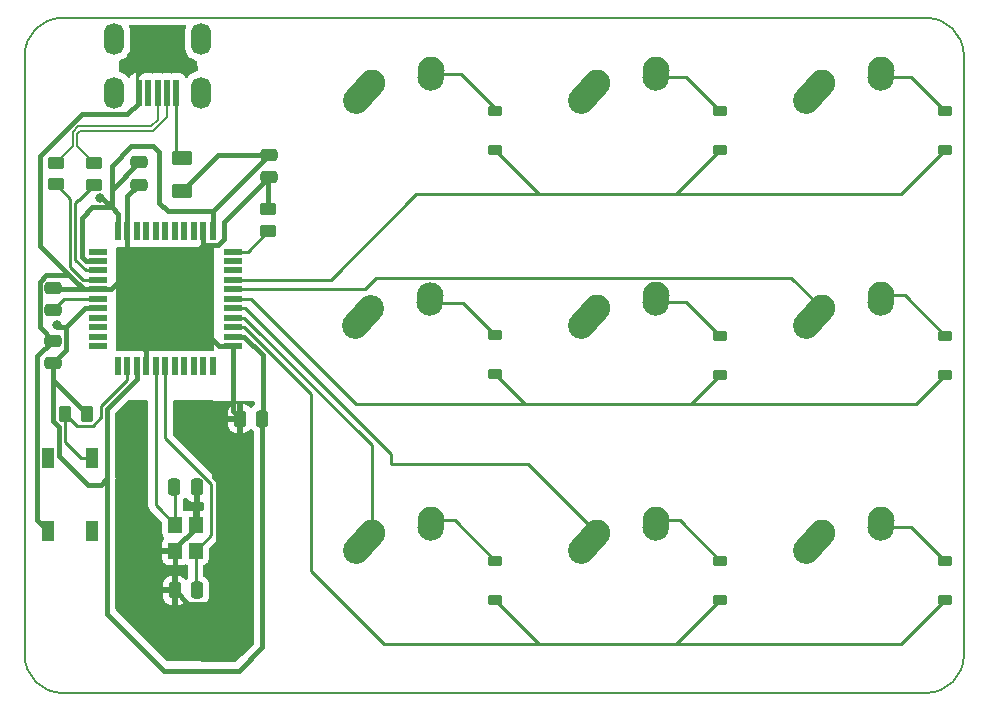
<source format=gbr>
%TF.GenerationSoftware,KiCad,Pcbnew,7.0.6*%
%TF.CreationDate,2023-07-30T22:10:22+02:00*%
%TF.ProjectId,Macropad,4d616372-6f70-4616-942e-6b696361645f,rev?*%
%TF.SameCoordinates,Original*%
%TF.FileFunction,Copper,L1,Top*%
%TF.FilePolarity,Positive*%
%FSLAX46Y46*%
G04 Gerber Fmt 4.6, Leading zero omitted, Abs format (unit mm)*
G04 Created by KiCad (PCBNEW 7.0.6) date 2023-07-30 22:10:22*
%MOMM*%
%LPD*%
G01*
G04 APERTURE LIST*
G04 Aperture macros list*
%AMRoundRect*
0 Rectangle with rounded corners*
0 $1 Rounding radius*
0 $2 $3 $4 $5 $6 $7 $8 $9 X,Y pos of 4 corners*
0 Add a 4 corners polygon primitive as box body*
4,1,4,$2,$3,$4,$5,$6,$7,$8,$9,$2,$3,0*
0 Add four circle primitives for the rounded corners*
1,1,$1+$1,$2,$3*
1,1,$1+$1,$4,$5*
1,1,$1+$1,$6,$7*
1,1,$1+$1,$8,$9*
0 Add four rect primitives between the rounded corners*
20,1,$1+$1,$2,$3,$4,$5,0*
20,1,$1+$1,$4,$5,$6,$7,0*
20,1,$1+$1,$6,$7,$8,$9,0*
20,1,$1+$1,$8,$9,$2,$3,0*%
%AMHorizOval*
0 Thick line with rounded ends*
0 $1 width*
0 $2 $3 position (X,Y) of the first rounded end (center of the circle)*
0 $4 $5 position (X,Y) of the second rounded end (center of the circle)*
0 Add line between two ends*
20,1,$1,$2,$3,$4,$5,0*
0 Add two circle primitives to create the rounded ends*
1,1,$1,$2,$3*
1,1,$1,$4,$5*%
G04 Aperture macros list end*
%TA.AperFunction,NonConductor*%
%ADD10C,0.200000*%
%TD*%
%TA.AperFunction,SMDPad,CuDef*%
%ADD11R,1.100000X1.800000*%
%TD*%
%TA.AperFunction,SMDPad,CuDef*%
%ADD12RoundRect,0.250000X-0.450000X0.262500X-0.450000X-0.262500X0.450000X-0.262500X0.450000X0.262500X0*%
%TD*%
%TA.AperFunction,ComponentPad*%
%ADD13HorizOval,2.250000X0.020000X0.290000X-0.020000X-0.290000X0*%
%TD*%
%TA.AperFunction,ComponentPad*%
%ADD14C,2.250000*%
%TD*%
%TA.AperFunction,ComponentPad*%
%ADD15HorizOval,2.250000X0.655001X0.730000X-0.655001X-0.730000X0*%
%TD*%
%TA.AperFunction,SMDPad,CuDef*%
%ADD16R,1.200000X1.400000*%
%TD*%
%TA.AperFunction,ComponentPad*%
%ADD17O,1.700000X2.700000*%
%TD*%
%TA.AperFunction,SMDPad,CuDef*%
%ADD18R,0.500000X2.250000*%
%TD*%
%TA.AperFunction,SMDPad,CuDef*%
%ADD19R,0.550000X1.500000*%
%TD*%
%TA.AperFunction,SMDPad,CuDef*%
%ADD20R,1.500000X0.550000*%
%TD*%
%TA.AperFunction,SMDPad,CuDef*%
%ADD21RoundRect,0.250000X0.262500X0.450000X-0.262500X0.450000X-0.262500X-0.450000X0.262500X-0.450000X0*%
%TD*%
%TA.AperFunction,SMDPad,CuDef*%
%ADD22RoundRect,0.250000X0.450000X-0.262500X0.450000X0.262500X-0.450000X0.262500X-0.450000X-0.262500X0*%
%TD*%
%TA.AperFunction,SMDPad,CuDef*%
%ADD23RoundRect,0.250000X-0.625000X0.375000X-0.625000X-0.375000X0.625000X-0.375000X0.625000X0.375000X0*%
%TD*%
%TA.AperFunction,SMDPad,CuDef*%
%ADD24RoundRect,0.225000X0.375000X-0.225000X0.375000X0.225000X-0.375000X0.225000X-0.375000X-0.225000X0*%
%TD*%
%TA.AperFunction,SMDPad,CuDef*%
%ADD25RoundRect,0.250000X0.250000X0.475000X-0.250000X0.475000X-0.250000X-0.475000X0.250000X-0.475000X0*%
%TD*%
%TA.AperFunction,SMDPad,CuDef*%
%ADD26RoundRect,0.250000X-0.475000X0.250000X-0.475000X-0.250000X0.475000X-0.250000X0.475000X0.250000X0*%
%TD*%
%TA.AperFunction,SMDPad,CuDef*%
%ADD27RoundRect,0.250000X0.475000X-0.250000X0.475000X0.250000X-0.475000X0.250000X-0.475000X-0.250000X0*%
%TD*%
%TA.AperFunction,ViaPad*%
%ADD28C,0.800000*%
%TD*%
%TA.AperFunction,Conductor*%
%ADD29C,0.381000*%
%TD*%
%TA.AperFunction,Conductor*%
%ADD30C,0.250000*%
%TD*%
%TA.AperFunction,Conductor*%
%ADD31C,0.200000*%
%TD*%
G04 APERTURE END LIST*
D10*
X60188814Y-39687500D02*
G75*
G03*
X57013814Y-42862500I0J-3175000D01*
G01*
X133350000Y-39687500D02*
X60188814Y-39687500D01*
X57013814Y-93662500D02*
X57013814Y-42862500D01*
X136525000Y-93662500D02*
X136525000Y-42862500D01*
X60188814Y-96837500D02*
X133350000Y-96837500D01*
X57013814Y-93662500D02*
G75*
G03*
X60188814Y-96837500I3175000J0D01*
G01*
X133350000Y-96837500D02*
G75*
G03*
X136525000Y-93662500I0J3175000D01*
G01*
X136525000Y-42862500D02*
G75*
G03*
X133350000Y-39687500I-3175000J0D01*
G01*
D11*
%TO.P,SW1,1,1*%
%TO.N,GND*%
X58987200Y-83111200D03*
%TO.P,SW1,2,2*%
%TO.N,Net-(U1-~{RESET})*%
X62687200Y-76911200D03*
%TO.P,SW1,3*%
%TO.N,N/C*%
X62687200Y-83111200D03*
%TO.P,SW1,4*%
X58987200Y-76911200D03*
%TD*%
D12*
%TO.P,R3,2*%
%TO.N,Net-(U1-D-)*%
X62890400Y-53795300D03*
%TO.P,R3,1*%
%TO.N,D-*%
X62890400Y-51970300D03*
%TD*%
D13*
%TO.P,MX1,2,ROW*%
%TO.N,Net-(D1-A)*%
X91420000Y-44422500D03*
D14*
X91440000Y-44132500D03*
D15*
%TO.P,MX1,1,COL*%
%TO.N,Col00*%
X85745001Y-45942500D03*
D14*
X86400000Y-45212500D03*
%TD*%
%TO.P,MX4,1,COL*%
%TO.N,Col00*%
X86281250Y-64293750D03*
D15*
X85626251Y-65023750D03*
D14*
%TO.P,MX4,2,ROW*%
%TO.N,Net-(D4-A)*%
X91321250Y-63213750D03*
D13*
X91301250Y-63503750D03*
%TD*%
D16*
%TO.P,Y1,4,4*%
%TO.N,GND*%
X69775600Y-84807150D03*
%TO.P,Y1,3,3*%
%TO.N,Net-(U1-XTAL2)*%
X69775600Y-82607150D03*
%TO.P,Y1,2,2*%
%TO.N,GND*%
X71475600Y-82607150D03*
%TO.P,Y1,1,1*%
%TO.N,Net-(U1-XTAL1)*%
X71475600Y-84807150D03*
%TD*%
D17*
%TO.P,USB1,6,SHIELD*%
%TO.N,unconnected-(USB1-SHIELD-Pad6)*%
X71912500Y-41512500D03*
X64612500Y-41512500D03*
X64612500Y-46012500D03*
X71912500Y-46012500D03*
D18*
%TO.P,USB1,5,VBUS*%
%TO.N,Net-(USB1-VBUS)*%
X69862500Y-46012500D03*
%TO.P,USB1,4,D-*%
%TO.N,D-*%
X69062500Y-46012500D03*
%TO.P,USB1,3,D+*%
%TO.N,D+*%
X68262500Y-46012500D03*
%TO.P,USB1,2,ID*%
%TO.N,unconnected-(USB1-ID-Pad2)*%
X67462500Y-46012500D03*
%TO.P,USB1,1,GND*%
%TO.N,GND*%
X66662500Y-46012500D03*
%TD*%
D19*
%TO.P,U1,44,AVCC*%
%TO.N,+5V*%
X64912500Y-57768750D03*
%TO.P,U1,43,GND*%
%TO.N,GND*%
X65712500Y-57768750D03*
%TO.P,U1,42,AREF*%
%TO.N,unconnected-(U1-AREF-Pad42)*%
X66512500Y-57768750D03*
%TO.P,U1,41,PF0*%
%TO.N,unconnected-(U1-PF0-Pad41)*%
X67312500Y-57768750D03*
%TO.P,U1,40,PF1*%
%TO.N,unconnected-(U1-PF1-Pad40)*%
X68112500Y-57768750D03*
%TO.P,U1,39,PF4*%
%TO.N,unconnected-(U1-PF4-Pad39)*%
X68912500Y-57768750D03*
%TO.P,U1,38,PF5*%
%TO.N,unconnected-(U1-PF5-Pad38)*%
X69712500Y-57768750D03*
%TO.P,U1,37,PF6*%
%TO.N,unconnected-(U1-PF6-Pad37)*%
X70512500Y-57768750D03*
%TO.P,U1,36,PF7*%
%TO.N,unconnected-(U1-PF7-Pad36)*%
X71312500Y-57768750D03*
%TO.P,U1,35,GND*%
%TO.N,GND*%
X72112500Y-57768750D03*
%TO.P,U1,34,VCC*%
%TO.N,+5V*%
X72912500Y-57768750D03*
D20*
%TO.P,U1,33,~{HWB}/PE2*%
%TO.N,Net-(U1-~{HWB}{slash}PE2)*%
X74612500Y-59468750D03*
%TO.P,U1,32,PC7*%
%TO.N,unconnected-(U1-PC7-Pad32)*%
X74612500Y-60268750D03*
%TO.P,U1,31,PC6*%
%TO.N,unconnected-(U1-PC6-Pad31)*%
X74612500Y-61068750D03*
%TO.P,U1,30,PB6*%
%TO.N,Row00*%
X74612500Y-61868750D03*
%TO.P,U1,29,PB5*%
%TO.N,Col02*%
X74612500Y-62668750D03*
%TO.P,U1,28,PB4*%
%TO.N,Row01*%
X74612500Y-63468750D03*
%TO.P,U1,27,PD7*%
%TO.N,Col01*%
X74612500Y-64268750D03*
%TO.P,U1,26,PD6*%
%TO.N,Col00*%
X74612500Y-65068750D03*
%TO.P,U1,25,PD4*%
%TO.N,Row02*%
X74612500Y-65868750D03*
%TO.P,U1,24,AVCC*%
%TO.N,+5V*%
X74612500Y-66668750D03*
%TO.P,U1,23,GND*%
%TO.N,GND*%
X74612500Y-67468750D03*
D19*
%TO.P,U1,22,PD5*%
%TO.N,unconnected-(U1-PD5-Pad22)*%
X72912500Y-69168750D03*
%TO.P,U1,21,PD3*%
%TO.N,unconnected-(U1-PD3-Pad21)*%
X72112500Y-69168750D03*
%TO.P,U1,20,PD2*%
%TO.N,unconnected-(U1-PD2-Pad20)*%
X71312500Y-69168750D03*
%TO.P,U1,19,PD1*%
%TO.N,unconnected-(U1-PD1-Pad19)*%
X70512500Y-69168750D03*
%TO.P,U1,18,PD0*%
%TO.N,unconnected-(U1-PD0-Pad18)*%
X69712500Y-69168750D03*
%TO.P,U1,17,XTAL1*%
%TO.N,Net-(U1-XTAL1)*%
X68912500Y-69168750D03*
%TO.P,U1,16,XTAL2*%
%TO.N,Net-(U1-XTAL2)*%
X68112500Y-69168750D03*
%TO.P,U1,15,GND*%
%TO.N,GND*%
X67312500Y-69168750D03*
%TO.P,U1,14,VCC*%
%TO.N,+5V*%
X66512500Y-69168750D03*
%TO.P,U1,13,~{RESET}*%
%TO.N,Net-(U1-~{RESET})*%
X65712500Y-69168750D03*
%TO.P,U1,12,PB7*%
%TO.N,unconnected-(U1-PB7-Pad12)*%
X64912500Y-69168750D03*
D20*
%TO.P,U1,11,PB3*%
%TO.N,unconnected-(U1-PB3-Pad11)*%
X63212500Y-67468750D03*
%TO.P,U1,10,PB2*%
%TO.N,unconnected-(U1-PB2-Pad10)*%
X63212500Y-66668750D03*
%TO.P,U1,9,PB1*%
%TO.N,unconnected-(U1-PB1-Pad9)*%
X63212500Y-65868750D03*
%TO.P,U1,8,PB0*%
%TO.N,unconnected-(U1-PB0-Pad8)*%
X63212500Y-65068750D03*
%TO.P,U1,7,VBUS*%
%TO.N,+5V*%
X63212500Y-64268750D03*
%TO.P,U1,6,UCAP*%
%TO.N,Net-(U1-UCAP)*%
X63212500Y-63468750D03*
%TO.P,U1,5,UGND*%
%TO.N,GND*%
X63212500Y-62668750D03*
%TO.P,U1,4,D+*%
%TO.N,Net-(U1-D+)*%
X63212500Y-61868750D03*
%TO.P,U1,3,D-*%
%TO.N,Net-(U1-D-)*%
X63212500Y-61068750D03*
%TO.P,U1,2,UVCC*%
%TO.N,+5V*%
X63212500Y-60268750D03*
%TO.P,U1,1,PE6*%
%TO.N,unconnected-(U1-PE6-Pad1)*%
X63212500Y-59468750D03*
%TD*%
D21*
%TO.P,R4,1*%
%TO.N,+5V*%
X62280800Y-73202800D03*
%TO.P,R4,2*%
%TO.N,Net-(U1-~{RESET})*%
X60455800Y-73202800D03*
%TD*%
D12*
%TO.P,R2,1*%
%TO.N,D+*%
X59639200Y-51968400D03*
%TO.P,R2,2*%
%TO.N,Net-(U1-D+)*%
X59639200Y-53793400D03*
%TD*%
D22*
%TO.P,R1,2*%
%TO.N,GND*%
X77643750Y-55880000D03*
%TO.P,R1,1*%
%TO.N,Net-(U1-~{HWB}{slash}PE2)*%
X77643750Y-57705000D03*
%TD*%
D13*
%TO.P,MX9,2,ROW*%
%TO.N,Net-(D9-A)*%
X129520000Y-82522500D03*
D14*
X129540000Y-82232500D03*
D15*
%TO.P,MX9,1,COL*%
%TO.N,Col02*%
X123845001Y-84042500D03*
D14*
X124500000Y-83312500D03*
%TD*%
D13*
%TO.P,MX8,2,ROW*%
%TO.N,Net-(D8-A)*%
X110470000Y-82522500D03*
D14*
X110490000Y-82232500D03*
D15*
%TO.P,MX8,1,COL*%
%TO.N,Col01*%
X104795001Y-84042500D03*
D14*
X105450000Y-83312500D03*
%TD*%
D13*
%TO.P,MX7,2,ROW*%
%TO.N,Net-(D7-A)*%
X91420000Y-82522500D03*
D14*
X91440000Y-82232500D03*
D15*
%TO.P,MX7,1,COL*%
%TO.N,Col00*%
X85745001Y-84042500D03*
D14*
X86400000Y-83312500D03*
%TD*%
D13*
%TO.P,MX6,2,ROW*%
%TO.N,Net-(D6-A)*%
X129520000Y-63472500D03*
D14*
X129540000Y-63182500D03*
D15*
%TO.P,MX6,1,COL*%
%TO.N,Col02*%
X123845001Y-64992500D03*
D14*
X124500000Y-64262500D03*
%TD*%
D13*
%TO.P,MX5,2,ROW*%
%TO.N,Net-(D5-A)*%
X110470000Y-63472500D03*
D14*
X110490000Y-63182500D03*
D15*
%TO.P,MX5,1,COL*%
%TO.N,Col01*%
X104795001Y-64992500D03*
D14*
X105450000Y-64262500D03*
%TD*%
D13*
%TO.P,MX3,2,ROW*%
%TO.N,Net-(D3-A)*%
X129520000Y-44422500D03*
D14*
X129540000Y-44132500D03*
D15*
%TO.P,MX3,1,COL*%
%TO.N,Col02*%
X123845001Y-45942500D03*
D14*
X124500000Y-45212500D03*
%TD*%
D13*
%TO.P,MX2,2,ROW*%
%TO.N,Net-(D2-A)*%
X110470000Y-44422500D03*
D14*
X110490000Y-44132500D03*
D15*
%TO.P,MX2,1,COL*%
%TO.N,Col01*%
X104795001Y-45942500D03*
D14*
X105450000Y-45212500D03*
%TD*%
D23*
%TO.P,F1,1*%
%TO.N,Net-(USB1-VBUS)*%
X70358000Y-51511200D03*
%TO.P,F1,2*%
%TO.N,+5V*%
X70358000Y-54311200D03*
%TD*%
D24*
%TO.P,D9,1,K*%
%TO.N,Row02*%
X134937500Y-88962500D03*
%TO.P,D9,2,A*%
%TO.N,Net-(D9-A)*%
X134937500Y-85662500D03*
%TD*%
%TO.P,D8,1,K*%
%TO.N,Row02*%
X115887500Y-88962500D03*
%TO.P,D8,2,A*%
%TO.N,Net-(D8-A)*%
X115887500Y-85662500D03*
%TD*%
%TO.P,D7,1,K*%
%TO.N,Row02*%
X96837500Y-88962500D03*
%TO.P,D7,2,A*%
%TO.N,Net-(D7-A)*%
X96837500Y-85662500D03*
%TD*%
%TO.P,D6,1,K*%
%TO.N,Row01*%
X134937500Y-69912500D03*
%TO.P,D6,2,A*%
%TO.N,Net-(D6-A)*%
X134937500Y-66612500D03*
%TD*%
%TO.P,D5,1,K*%
%TO.N,Row01*%
X115887500Y-69912500D03*
%TO.P,D5,2,A*%
%TO.N,Net-(D5-A)*%
X115887500Y-66612500D03*
%TD*%
%TO.P,D4,1,K*%
%TO.N,Row01*%
X96837500Y-69850000D03*
%TO.P,D4,2,A*%
%TO.N,Net-(D4-A)*%
X96837500Y-66550000D03*
%TD*%
%TO.P,D3,1,K*%
%TO.N,Row00*%
X134937500Y-50862500D03*
%TO.P,D3,2,A*%
%TO.N,Net-(D3-A)*%
X134937500Y-47562500D03*
%TD*%
%TO.P,D2,1,K*%
%TO.N,Row00*%
X115887500Y-50862500D03*
%TO.P,D2,2,A*%
%TO.N,Net-(D2-A)*%
X115887500Y-47562500D03*
%TD*%
%TO.P,D1,1,K*%
%TO.N,Row00*%
X96837500Y-50862500D03*
%TO.P,D1,2,A*%
%TO.N,Net-(D1-A)*%
X96837500Y-47562500D03*
%TD*%
D25*
%TO.P,C7,2*%
%TO.N,Net-(U1-XTAL2)*%
X69677200Y-79432150D03*
%TO.P,C7,1*%
%TO.N,GND*%
X71577200Y-79432150D03*
%TD*%
%TO.P,C6,1*%
%TO.N,Net-(U1-XTAL1)*%
X71628000Y-88163400D03*
%TO.P,C6,2*%
%TO.N,GND*%
X69728000Y-88163400D03*
%TD*%
D26*
%TO.P,C5,2*%
%TO.N,GND*%
X77673200Y-53187600D03*
%TO.P,C5,1*%
%TO.N,+5V*%
X77673200Y-51287600D03*
%TD*%
D25*
%TO.P,C4,1*%
%TO.N,+5V*%
X77114400Y-73609200D03*
%TO.P,C4,2*%
%TO.N,GND*%
X75214400Y-73609200D03*
%TD*%
D27*
%TO.P,C3,1*%
%TO.N,+5V*%
X59385200Y-68905200D03*
%TO.P,C3,2*%
%TO.N,GND*%
X59385200Y-67005200D03*
%TD*%
D26*
%TO.P,C2,2*%
%TO.N,GND*%
X66700400Y-53817600D03*
%TO.P,C2,1*%
%TO.N,+5V*%
X66700400Y-51917600D03*
%TD*%
D27*
%TO.P,C1,2*%
%TO.N,GND*%
X59387500Y-62518750D03*
%TO.P,C1,1*%
%TO.N,Net-(U1-UCAP)*%
X59387500Y-64418750D03*
%TD*%
D28*
%TO.N,+5V*%
X63347986Y-54907267D03*
X59715400Y-65684400D03*
%TD*%
D29*
%TO.N,+5V*%
X63347986Y-54907267D02*
X63543267Y-54907267D01*
X59880550Y-65849550D02*
X59715400Y-65684400D01*
X63543267Y-54907267D02*
X64363600Y-55727600D01*
X60500700Y-65849550D02*
X59880550Y-65849550D01*
X62081500Y-64268750D02*
X63212500Y-64268750D01*
X63212500Y-60268750D02*
X62206500Y-60268750D01*
%TO.N,GND*%
X73050400Y-74472800D02*
X73050400Y-78562200D01*
X73050400Y-78562200D02*
X73406000Y-78917800D01*
X73914000Y-73609200D02*
X73050400Y-74472800D01*
X75214400Y-73609200D02*
X73914000Y-73609200D01*
D30*
%TO.N,Net-(U1-XTAL1)*%
X72796400Y-83486350D02*
X71475600Y-84807150D01*
X68912500Y-75229277D02*
X72796400Y-79113177D01*
X68912500Y-69168750D02*
X68912500Y-75229277D01*
X72796400Y-79113177D02*
X72796400Y-83486350D01*
%TO.N,Net-(U1-XTAL2)*%
X68478400Y-81309950D02*
X69775600Y-82607150D01*
X68457550Y-81309950D02*
X68478400Y-81309950D01*
X68112500Y-80964900D02*
X68457550Y-81309950D01*
X68112500Y-69168750D02*
X68112500Y-80964900D01*
D29*
%TO.N,GND*%
X58046700Y-82170700D02*
X58046700Y-68343700D01*
X58046700Y-68343700D02*
X59385200Y-67005200D01*
X58987200Y-83111200D02*
X58046700Y-82170700D01*
%TO.N,+5V*%
X64008000Y-90171286D02*
X68804114Y-94967400D01*
X64008000Y-78638400D02*
X64008000Y-90171286D01*
%TO.N,GND*%
X77643750Y-53217050D02*
X77673200Y-53187600D01*
X77643750Y-55880000D02*
X77643750Y-53217050D01*
%TO.N,+5V*%
X69103900Y-56048300D02*
X72912500Y-56048300D01*
X68376800Y-55321200D02*
X69103900Y-56048300D01*
X68376800Y-51054000D02*
X68376800Y-55321200D01*
X67868800Y-50546000D02*
X68376800Y-51054000D01*
X66040000Y-50546000D02*
X67868800Y-50546000D01*
X64363600Y-52222400D02*
X66040000Y-50546000D01*
X64363600Y-54254400D02*
X64363600Y-52222400D01*
X73381600Y-51287600D02*
X77673200Y-51287600D01*
X70358000Y-54311200D02*
X73381600Y-51287600D01*
D30*
%TO.N,Net-(U1-~{RESET})*%
X63492500Y-72549900D02*
X65712500Y-70329900D01*
X63492500Y-73516773D02*
X63492500Y-72549900D01*
X62781473Y-74227800D02*
X63492500Y-73516773D01*
X61480800Y-74227800D02*
X62781473Y-74227800D01*
X60455800Y-73202800D02*
X61480800Y-74227800D01*
D29*
%TO.N,+5V*%
X59385200Y-70307200D02*
X59385200Y-69748400D01*
X62280800Y-73202800D02*
X59385200Y-70307200D01*
X59385200Y-69748400D02*
X59385200Y-68905200D01*
X59385200Y-73812400D02*
X59385200Y-69748400D01*
%TO.N,GND*%
X60789772Y-61468000D02*
X61078086Y-61756314D01*
X61078086Y-61756314D02*
X61990522Y-62668750D01*
X58318400Y-58996628D02*
X61078086Y-61756314D01*
X58826400Y-61468000D02*
X60789772Y-61468000D01*
X58272000Y-62022400D02*
X58826400Y-61468000D01*
X58272000Y-65892000D02*
X58272000Y-62022400D01*
X59385200Y-67005200D02*
X58272000Y-65892000D01*
%TO.N,+5V*%
X75119858Y-94967400D02*
X68804114Y-94967400D01*
X77114400Y-73609200D02*
X77114400Y-92972858D01*
X77114400Y-92972858D02*
X75119858Y-94967400D01*
D30*
%TO.N,Net-(U1-~{RESET})*%
X65712500Y-70329900D02*
X65712500Y-69168750D01*
D29*
%TO.N,+5V*%
X64008000Y-72782592D02*
X64008000Y-74930000D01*
X66512500Y-70278092D02*
X64008000Y-72782592D01*
X66512500Y-69168750D02*
X66512500Y-70278092D01*
X59936500Y-76802100D02*
X59936500Y-74363700D01*
X62331600Y-79197200D02*
X59936500Y-76802100D01*
X63449200Y-79197200D02*
X62331600Y-79197200D01*
X64008000Y-78638400D02*
X63449200Y-79197200D01*
X59936500Y-74363700D02*
X59385200Y-73812400D01*
X64008000Y-74930000D02*
X64008000Y-78638400D01*
D30*
%TO.N,Net-(U1-~{RESET})*%
X60455800Y-75586600D02*
X60455800Y-73202800D01*
X61772800Y-76911200D02*
X60452000Y-75590400D01*
X62687200Y-76911200D02*
X61772800Y-76911200D01*
X60452000Y-75590400D02*
X60455800Y-75586600D01*
%TO.N,Net-(U1-XTAL2)*%
X68112500Y-70652500D02*
X68112500Y-69168750D01*
D29*
%TO.N,GND*%
X74612500Y-73007300D02*
X75214400Y-73609200D01*
X74612500Y-67468750D02*
X74612500Y-73007300D01*
X73406000Y-88519000D02*
X73406000Y-78917800D01*
X72644000Y-89281000D02*
X73406000Y-88519000D01*
X72641900Y-89278900D02*
X72644000Y-89281000D01*
X70843500Y-89278900D02*
X72641900Y-89278900D01*
X69728000Y-88163400D02*
X70843500Y-89278900D01*
%TO.N,+5V*%
X75618500Y-66668750D02*
X77165200Y-68215450D01*
X77165200Y-68215450D02*
X77165200Y-73558400D01*
X74612500Y-66668750D02*
X75618500Y-66668750D01*
X77165200Y-73558400D02*
X77114400Y-73609200D01*
X60500700Y-67789700D02*
X59385200Y-68905200D01*
X60500700Y-65849550D02*
X60500700Y-67789700D01*
X62081500Y-64268750D02*
X60500700Y-65849550D01*
X72912500Y-56048300D02*
X72912500Y-57768750D01*
X77673200Y-51287600D02*
X72912500Y-56048300D01*
%TO.N,GND*%
X73884625Y-56976175D02*
X73884625Y-58390625D01*
X73884625Y-58390625D02*
X73366000Y-58909250D01*
X77673200Y-53187600D02*
X73884625Y-56976175D01*
X73366000Y-58909250D02*
X72122000Y-58909250D01*
D30*
%TO.N,Net-(USB1-VBUS)*%
X69862500Y-51015700D02*
X69862500Y-46012500D01*
X70358000Y-51511200D02*
X69862500Y-51015700D01*
D29*
%TO.N,GND*%
X65712500Y-54805500D02*
X65712500Y-57768750D01*
X66700400Y-53817600D02*
X65712500Y-54805500D01*
%TO.N,+5V*%
X64363600Y-54254400D02*
X64363600Y-55727600D01*
X66700400Y-51917600D02*
X64363600Y-54254400D01*
X62738000Y-55727600D02*
X64363600Y-55727600D01*
X64363600Y-55727600D02*
X64912500Y-56276500D01*
X61874400Y-59936650D02*
X61874400Y-56591200D01*
X61874400Y-56591200D02*
X62738000Y-55727600D01*
X62206500Y-60268750D02*
X61874400Y-59936650D01*
X64912500Y-56276500D02*
X64912500Y-57768750D01*
D30*
%TO.N,Net-(U1-~{HWB}{slash}PE2)*%
X77643750Y-57705000D02*
X75880000Y-59468750D01*
X75880000Y-59468750D02*
X74612500Y-59468750D01*
D29*
%TO.N,GND*%
X61990522Y-62668750D02*
X63212500Y-62668750D01*
X61861114Y-47865600D02*
X58318400Y-51408314D01*
X65684400Y-47865600D02*
X61861114Y-47865600D01*
X58318400Y-51408314D02*
X58318400Y-58996628D01*
X66662500Y-46887500D02*
X65684400Y-47865600D01*
X66662500Y-46012500D02*
X66662500Y-46887500D01*
X69728000Y-84854750D02*
X69775600Y-84807150D01*
X69728000Y-88163400D02*
X69728000Y-84854750D01*
D30*
%TO.N,Net-(U1-XTAL1)*%
X71475600Y-88011000D02*
X71628000Y-88163400D01*
X71475600Y-84807150D02*
X71475600Y-88011000D01*
D29*
%TO.N,GND*%
X59387500Y-62518750D02*
X59537500Y-62668750D01*
X59537500Y-62668750D02*
X63212500Y-62668750D01*
D30*
%TO.N,Net-(U1-UCAP)*%
X60337500Y-63468750D02*
X63212500Y-63468750D01*
X59387500Y-64418750D02*
X60337500Y-63468750D01*
%TO.N,Net-(U1-D-)*%
X61562400Y-55118000D02*
X61308400Y-55372000D01*
X61567700Y-55118000D02*
X61562400Y-55118000D01*
X61308400Y-55372000D02*
X61308400Y-60164650D01*
X62212500Y-61068750D02*
X63212500Y-61068750D01*
X61308400Y-60164650D02*
X62212500Y-61068750D01*
X62890400Y-53795300D02*
X61567700Y-55118000D01*
%TO.N,Net-(U1-D+)*%
X61919550Y-61868750D02*
X63212500Y-61868750D01*
X60858400Y-60807600D02*
X61919550Y-61868750D01*
X60858400Y-55012600D02*
X60858400Y-60807600D01*
X59639200Y-53793400D02*
X60858400Y-55012600D01*
D31*
%TO.N,D-*%
X69062500Y-48089186D02*
X69062500Y-46012500D01*
X61461600Y-49530000D02*
X61722000Y-49269600D01*
X61461600Y-50539600D02*
X61461600Y-49530000D01*
X67882086Y-49269600D02*
X69062500Y-48089186D01*
X62890400Y-51968400D02*
X61461600Y-50539600D01*
X62890400Y-51970300D02*
X62890400Y-51968400D01*
X61722000Y-49269600D02*
X67882086Y-49269600D01*
%TO.N,D+*%
X68262500Y-48323500D02*
X68262500Y-46012500D01*
X67716400Y-48869600D02*
X68262500Y-48323500D01*
X61061600Y-49364315D02*
X61556315Y-48869600D01*
X61061600Y-50546000D02*
X61061600Y-49364315D01*
X59639200Y-51968400D02*
X61061600Y-50546000D01*
X61556315Y-48869600D02*
X67716400Y-48869600D01*
D30*
%TO.N,Net-(U1-XTAL2)*%
X69775600Y-82607150D02*
X69775600Y-79530550D01*
D29*
%TO.N,GND*%
X69775600Y-88065000D02*
X69677200Y-88163400D01*
X71475600Y-82903850D02*
X69775600Y-84603850D01*
X69775600Y-84603850D02*
X69775600Y-84807150D01*
X71475600Y-82607150D02*
X71475600Y-82903850D01*
X71577200Y-82505550D02*
X71475600Y-82607150D01*
X71577200Y-79432150D02*
X71577200Y-82505550D01*
X67312500Y-66099750D02*
X67312500Y-69168750D01*
X69712500Y-63699750D02*
X67312500Y-66099750D01*
D30*
%TO.N,Row00*%
X82911250Y-61868750D02*
X74612500Y-61868750D01*
%TO.N,Col02*%
X85812714Y-62668750D02*
X86786851Y-61694613D01*
X74612500Y-62668750D02*
X85812714Y-62668750D01*
X121932113Y-61694613D02*
X86786851Y-61694613D01*
X124500000Y-64262500D02*
X121932113Y-61694613D01*
%TO.N,Row01*%
X76168750Y-63468750D02*
X74612500Y-63468750D01*
X100330000Y-72390000D02*
X85090000Y-72390000D01*
X85090000Y-72390000D02*
X76168750Y-63468750D01*
%TO.N,Col01*%
X75698750Y-64268750D02*
X74612500Y-64268750D01*
X88013750Y-76583750D02*
X75698750Y-64268750D01*
X88013750Y-77470000D02*
X88013750Y-76583750D01*
%TO.N,Col00*%
X75612500Y-65068750D02*
X74612500Y-65068750D01*
X86400000Y-75856250D02*
X75612500Y-65068750D01*
X86400000Y-83312500D02*
X86400000Y-75856250D01*
%TO.N,Row02*%
X81280000Y-71536250D02*
X75612500Y-65868750D01*
X81280000Y-86540267D02*
X81280000Y-71536250D01*
X75612500Y-65868750D02*
X74612500Y-65868750D01*
X87449733Y-92710000D02*
X81280000Y-86540267D01*
X101600000Y-92710000D02*
X87449733Y-92710000D01*
%TO.N,Row01*%
X100330000Y-72390000D02*
X113410000Y-72390000D01*
X99377500Y-72390000D02*
X100330000Y-72390000D01*
%TO.N,Row02*%
X101600000Y-92710000D02*
X111760000Y-92710000D01*
X100585000Y-92710000D02*
X101600000Y-92710000D01*
%TO.N,Row00*%
X90170000Y-54610000D02*
X100585000Y-54610000D01*
X82911250Y-61868750D02*
X90170000Y-54610000D01*
%TO.N,Col01*%
X99607500Y-77470000D02*
X105450000Y-83312500D01*
X88013750Y-77470000D02*
X99607500Y-77470000D01*
%TO.N,Row00*%
X101600000Y-54610000D02*
X111760000Y-54610000D01*
X100585000Y-54610000D02*
X101600000Y-54610000D01*
%TO.N,Col00*%
X84971250Y-65753750D02*
X84856250Y-65868750D01*
X84971250Y-65255983D02*
X84971250Y-65753750D01*
X85090000Y-65137233D02*
X84971250Y-65255983D01*
D29*
%TO.N,GND*%
X72122000Y-58909250D02*
X72112500Y-58899750D01*
D30*
%TO.N,Net-(D1-A)*%
X91662500Y-44450000D02*
X91400000Y-44712500D01*
X93980000Y-44450000D02*
X91662500Y-44450000D01*
X96837500Y-47307500D02*
X93980000Y-44450000D01*
X96837500Y-47562500D02*
X96837500Y-47307500D01*
%TO.N,Net-(D3-A)*%
X132087500Y-44712500D02*
X129500000Y-44712500D01*
X134937500Y-47562500D02*
X132087500Y-44712500D01*
%TO.N,Net-(D2-A)*%
X113037500Y-44712500D02*
X110450000Y-44712500D01*
X115887500Y-47562500D02*
X113037500Y-44712500D01*
%TO.N,Row00*%
X131190000Y-54610000D02*
X134937500Y-50862500D01*
X111760000Y-54610000D02*
X131190000Y-54610000D01*
X111760000Y-54610000D02*
X112140000Y-54610000D01*
X112140000Y-54610000D02*
X115887500Y-50862500D01*
X96837500Y-50862500D02*
X100585000Y-54610000D01*
%TO.N,Net-(D7-A)*%
X93407500Y-82232500D02*
X91440000Y-82232500D01*
X96837500Y-85662500D02*
X93407500Y-82232500D01*
%TO.N,Net-(D8-A)*%
X112457500Y-82232500D02*
X110490000Y-82232500D01*
X115887500Y-85662500D02*
X112457500Y-82232500D01*
%TO.N,Net-(D9-A)*%
X132087500Y-82812500D02*
X129500000Y-82812500D01*
X134937500Y-85662500D02*
X132087500Y-82812500D01*
%TO.N,Row02*%
X131190000Y-92710000D02*
X134937500Y-88962500D01*
X111760000Y-92710000D02*
X131190000Y-92710000D01*
X111760000Y-92710000D02*
X112140000Y-92710000D01*
X112140000Y-92710000D02*
X115887500Y-88962500D01*
X96837500Y-88962500D02*
X100585000Y-92710000D01*
%TO.N,Net-(D6-A)*%
X131507500Y-63182500D02*
X129540000Y-63182500D01*
X134937500Y-66612500D02*
X131507500Y-63182500D01*
%TO.N,Row01*%
X132460000Y-72390000D02*
X134937500Y-69912500D01*
X113410000Y-72390000D02*
X132460000Y-72390000D01*
%TO.N,Net-(D4-A)*%
X94081250Y-63793750D02*
X91281250Y-63793750D01*
X96837500Y-66550000D02*
X94081250Y-63793750D01*
%TO.N,Net-(D5-A)*%
X115887500Y-66612500D02*
X113037500Y-63762500D01*
X113037500Y-63762500D02*
X110450000Y-63762500D01*
%TO.N,Row01*%
X113410000Y-72390000D02*
X115887500Y-69912500D01*
X96837500Y-69850000D02*
X99377500Y-72390000D01*
D29*
%TO.N,GND*%
X73481500Y-67468750D02*
X69712500Y-63699750D01*
X69712500Y-63699750D02*
X69712500Y-61299750D01*
X74612500Y-67468750D02*
X73481500Y-67468750D01*
X69712500Y-61299750D02*
X65712500Y-61299750D01*
X72112500Y-58899750D02*
X69712500Y-61299750D01*
X72112500Y-57768750D02*
X72112500Y-58899750D01*
X65712500Y-61299750D02*
X65712500Y-57768750D01*
X64343500Y-62668750D02*
X65712500Y-61299750D01*
X63212500Y-62668750D02*
X64343500Y-62668750D01*
%TD*%
%TA.AperFunction,Conductor*%
%TO.N,GND*%
G36*
X72968039Y-59074685D02*
G01*
X73013794Y-59127489D01*
X73025000Y-59179000D01*
X73025000Y-67794250D01*
X73005315Y-67861289D01*
X72952511Y-67907044D01*
X72901000Y-67918250D01*
X72589630Y-67918250D01*
X72589620Y-67918251D01*
X72525748Y-67925117D01*
X72499242Y-67925117D01*
X72494983Y-67924659D01*
X72435373Y-67918250D01*
X72435364Y-67918250D01*
X71789629Y-67918250D01*
X71789620Y-67918251D01*
X71725748Y-67925117D01*
X71699242Y-67925117D01*
X71694983Y-67924659D01*
X71635373Y-67918250D01*
X71635364Y-67918250D01*
X70989629Y-67918250D01*
X70989620Y-67918251D01*
X70925748Y-67925117D01*
X70899242Y-67925117D01*
X70894983Y-67924659D01*
X70835373Y-67918250D01*
X70835364Y-67918250D01*
X70189629Y-67918250D01*
X70189620Y-67918251D01*
X70125748Y-67925117D01*
X70099242Y-67925117D01*
X70094983Y-67924659D01*
X70035373Y-67918250D01*
X70035364Y-67918250D01*
X69389629Y-67918250D01*
X69389620Y-67918251D01*
X69325748Y-67925117D01*
X69299242Y-67925117D01*
X69294983Y-67924659D01*
X69235373Y-67918250D01*
X69235364Y-67918250D01*
X68589629Y-67918250D01*
X68589620Y-67918251D01*
X68525748Y-67925117D01*
X68499242Y-67925117D01*
X68494983Y-67924659D01*
X68435373Y-67918250D01*
X68435364Y-67918250D01*
X67789629Y-67918250D01*
X67789625Y-67918251D01*
X67741660Y-67923407D01*
X67730017Y-67924659D01*
X67730016Y-67924659D01*
X67723404Y-67925370D01*
X67696893Y-67925369D01*
X67635342Y-67918750D01*
X67562500Y-67918750D01*
X67562500Y-67937340D01*
X67560251Y-67945000D01*
X67063882Y-67945000D01*
X67062500Y-67937340D01*
X67062500Y-67918750D01*
X66989666Y-67918750D01*
X66928095Y-67925369D01*
X66901588Y-67925369D01*
X66892318Y-67924372D01*
X66835373Y-67918250D01*
X66835365Y-67918250D01*
X66189629Y-67918250D01*
X66189620Y-67918251D01*
X66125748Y-67925117D01*
X66099242Y-67925117D01*
X66094983Y-67924659D01*
X66035373Y-67918250D01*
X66035364Y-67918250D01*
X65389629Y-67918250D01*
X65389620Y-67918251D01*
X65325748Y-67925117D01*
X65299242Y-67925117D01*
X65294983Y-67924659D01*
X65235373Y-67918250D01*
X65235367Y-67918250D01*
X64894000Y-67918250D01*
X64826961Y-67898565D01*
X64781206Y-67845761D01*
X64770000Y-67794250D01*
X64770000Y-59179000D01*
X64789685Y-59111961D01*
X64842489Y-59066206D01*
X64894000Y-59055000D01*
X72901000Y-59055000D01*
X72968039Y-59074685D01*
G37*
%TD.AperFunction*%
%TD*%
%TA.AperFunction,Conductor*%
%TO.N,GND*%
G36*
X67363287Y-72063501D02*
G01*
X67430280Y-72083341D01*
X67475913Y-72136250D01*
X67487000Y-72187501D01*
X67487000Y-80882155D01*
X67485275Y-80897772D01*
X67485561Y-80897799D01*
X67484826Y-80905565D01*
X67487000Y-80974714D01*
X67487000Y-81004243D01*
X67487001Y-81004260D01*
X67487868Y-81011131D01*
X67488326Y-81016950D01*
X67489790Y-81063524D01*
X67489791Y-81063527D01*
X67495380Y-81082767D01*
X67499324Y-81101811D01*
X67501836Y-81121691D01*
X67518990Y-81165019D01*
X67520882Y-81170547D01*
X67533881Y-81215288D01*
X67544080Y-81232534D01*
X67552638Y-81250003D01*
X67560014Y-81268632D01*
X67587398Y-81306323D01*
X67590606Y-81311207D01*
X67614327Y-81351316D01*
X67614333Y-81351324D01*
X67628490Y-81365480D01*
X67641127Y-81380275D01*
X67652906Y-81396487D01*
X67672938Y-81413059D01*
X67688808Y-81426188D01*
X67693130Y-81430121D01*
X67956744Y-81693734D01*
X67966571Y-81705999D01*
X67966792Y-81705817D01*
X67971765Y-81711829D01*
X68022185Y-81759175D01*
X68043080Y-81780071D01*
X68048557Y-81784320D01*
X68052998Y-81788113D01*
X68086961Y-81820006D01*
X68086963Y-81820007D01*
X68086968Y-81820012D01*
X68104526Y-81829664D01*
X68120787Y-81840346D01*
X68132948Y-81849779D01*
X68138793Y-81854933D01*
X68638781Y-82354921D01*
X68672266Y-82416244D01*
X68675100Y-82442602D01*
X68675100Y-83355020D01*
X68675101Y-83355026D01*
X68681508Y-83414633D01*
X68731802Y-83549478D01*
X68731804Y-83549481D01*
X68779607Y-83613338D01*
X68794517Y-83633254D01*
X68818935Y-83698719D01*
X68804084Y-83766992D01*
X68794518Y-83781877D01*
X68732247Y-83865060D01*
X68732245Y-83865063D01*
X68682003Y-83999770D01*
X68682001Y-83999777D01*
X68675600Y-84059305D01*
X68675600Y-84557150D01*
X69901600Y-84557150D01*
X69968639Y-84576835D01*
X70014394Y-84629639D01*
X70025600Y-84681150D01*
X70025600Y-86007150D01*
X70423428Y-86007150D01*
X70423444Y-86007149D01*
X70482972Y-86000748D01*
X70482976Y-86000747D01*
X70581551Y-85963981D01*
X70651243Y-85958997D01*
X70668218Y-85963981D01*
X70769433Y-86001732D01*
X70825367Y-86043603D01*
X70849784Y-86109068D01*
X70850100Y-86117914D01*
X70850100Y-87103569D01*
X70830415Y-87170608D01*
X70813783Y-87191249D01*
X70785283Y-87219749D01*
X70783241Y-87223061D01*
X70781247Y-87224853D01*
X70780807Y-87225411D01*
X70780711Y-87225335D01*
X70731291Y-87269783D01*
X70662328Y-87281002D01*
X70598247Y-87253155D01*
X70572168Y-87223056D01*
X70570319Y-87220059D01*
X70570316Y-87220055D01*
X70446345Y-87096084D01*
X70297124Y-87004043D01*
X70297119Y-87004041D01*
X70130697Y-86948894D01*
X70130690Y-86948893D01*
X70027986Y-86938400D01*
X69978000Y-86938400D01*
X69978000Y-89388399D01*
X70027972Y-89388399D01*
X70027986Y-89388398D01*
X70130697Y-89377905D01*
X70297119Y-89322758D01*
X70297124Y-89322756D01*
X70446345Y-89230715D01*
X70570318Y-89106742D01*
X70572165Y-89103748D01*
X70573969Y-89102124D01*
X70574798Y-89101077D01*
X70574976Y-89101218D01*
X70624110Y-89057021D01*
X70693073Y-89045796D01*
X70757156Y-89073636D01*
X70783243Y-89103741D01*
X70785288Y-89107056D01*
X70909344Y-89231112D01*
X71058666Y-89323214D01*
X71225203Y-89378399D01*
X71327991Y-89388900D01*
X71928008Y-89388899D01*
X71928016Y-89388898D01*
X71928019Y-89388898D01*
X71984302Y-89383148D01*
X72030797Y-89378399D01*
X72197334Y-89323214D01*
X72346656Y-89231112D01*
X72470712Y-89107056D01*
X72562814Y-88957734D01*
X72617999Y-88791197D01*
X72628500Y-88688409D01*
X72628499Y-87638392D01*
X72617999Y-87535603D01*
X72562814Y-87369066D01*
X72470712Y-87219744D01*
X72346656Y-87095688D01*
X72197334Y-87003586D01*
X72197332Y-87003585D01*
X72197329Y-87003584D01*
X72186093Y-86999861D01*
X72128649Y-86960087D01*
X72101828Y-86895570D01*
X72101100Y-86882156D01*
X72101100Y-86117914D01*
X72120785Y-86050875D01*
X72173589Y-86005120D01*
X72181767Y-86001732D01*
X72317928Y-85950947D01*
X72317927Y-85950947D01*
X72317931Y-85950946D01*
X72433146Y-85864696D01*
X72519396Y-85749481D01*
X72569691Y-85614633D01*
X72576100Y-85555023D01*
X72576099Y-84642601D01*
X72595783Y-84575563D01*
X72612413Y-84554926D01*
X73180188Y-83987151D01*
X73192442Y-83977336D01*
X73192259Y-83977114D01*
X73198266Y-83972142D01*
X73198277Y-83972136D01*
X73229175Y-83939232D01*
X73245627Y-83921714D01*
X73256071Y-83911268D01*
X73266520Y-83900821D01*
X73270779Y-83895328D01*
X73274552Y-83890911D01*
X73306462Y-83856932D01*
X73316113Y-83839374D01*
X73326796Y-83823111D01*
X73339073Y-83807286D01*
X73357585Y-83764503D01*
X73360138Y-83759291D01*
X73382597Y-83718442D01*
X73387580Y-83699030D01*
X73393881Y-83680630D01*
X73401837Y-83662246D01*
X73409129Y-83616202D01*
X73410306Y-83610521D01*
X73421900Y-83565369D01*
X73421900Y-83545333D01*
X73423427Y-83525932D01*
X73426560Y-83506154D01*
X73422175Y-83459765D01*
X73421900Y-83453927D01*
X73421900Y-79195915D01*
X73423624Y-79180301D01*
X73423338Y-79180274D01*
X73424072Y-79172511D01*
X73421900Y-79103380D01*
X73421900Y-79073828D01*
X73421900Y-79073827D01*
X73421029Y-79066936D01*
X73420572Y-79061122D01*
X73419109Y-79014549D01*
X73413522Y-78995321D01*
X73409574Y-78976261D01*
X73407063Y-78956381D01*
X73389912Y-78913064D01*
X73388019Y-78907535D01*
X73375018Y-78862786D01*
X73375016Y-78862783D01*
X73364823Y-78845548D01*
X73356261Y-78828071D01*
X73348887Y-78809447D01*
X73345186Y-78804353D01*
X73321479Y-78771722D01*
X73318288Y-78766863D01*
X73294572Y-78726760D01*
X73294565Y-78726751D01*
X73280406Y-78712592D01*
X73267768Y-78697796D01*
X73262181Y-78690106D01*
X73255994Y-78681590D01*
X73254589Y-78680428D01*
X73220088Y-78651886D01*
X73215776Y-78647963D01*
X69574319Y-75006505D01*
X69540834Y-74945182D01*
X69538000Y-74918824D01*
X69538000Y-73859200D01*
X74214401Y-73859200D01*
X74214401Y-74134186D01*
X74224894Y-74236897D01*
X74280041Y-74403319D01*
X74280043Y-74403324D01*
X74372084Y-74552545D01*
X74496054Y-74676515D01*
X74645275Y-74768556D01*
X74645280Y-74768558D01*
X74811702Y-74823705D01*
X74811709Y-74823706D01*
X74914419Y-74834199D01*
X74964399Y-74834198D01*
X74964400Y-74834198D01*
X74964400Y-73859200D01*
X74214401Y-73859200D01*
X69538000Y-73859200D01*
X69538000Y-73359200D01*
X74214400Y-73359200D01*
X74964400Y-73359200D01*
X74964400Y-72384200D01*
X74964399Y-72384199D01*
X74914429Y-72384200D01*
X74914411Y-72384201D01*
X74811702Y-72394694D01*
X74645280Y-72449841D01*
X74645275Y-72449843D01*
X74496054Y-72541884D01*
X74372084Y-72665854D01*
X74280043Y-72815075D01*
X74280041Y-72815080D01*
X74224894Y-72981502D01*
X74224893Y-72981509D01*
X74214400Y-73084213D01*
X74214400Y-73359200D01*
X69538000Y-73359200D01*
X69538000Y-72192810D01*
X69557685Y-72125771D01*
X69610489Y-72080016D01*
X69662282Y-72068810D01*
X76350489Y-72084257D01*
X76417480Y-72104096D01*
X76463113Y-72157005D01*
X76474200Y-72208256D01*
X76474200Y-72423888D01*
X76454515Y-72490927D01*
X76415300Y-72529425D01*
X76395743Y-72541488D01*
X76271688Y-72665543D01*
X76271683Y-72665549D01*
X76269641Y-72668861D01*
X76267647Y-72670653D01*
X76267207Y-72671211D01*
X76267111Y-72671135D01*
X76217691Y-72715583D01*
X76148728Y-72726802D01*
X76084647Y-72698955D01*
X76058568Y-72668856D01*
X76056719Y-72665859D01*
X76056716Y-72665855D01*
X75932745Y-72541884D01*
X75783524Y-72449843D01*
X75783519Y-72449841D01*
X75617097Y-72394694D01*
X75617090Y-72394693D01*
X75514386Y-72384200D01*
X75464400Y-72384200D01*
X75464400Y-74834199D01*
X75514372Y-74834199D01*
X75514386Y-74834198D01*
X75617097Y-74823705D01*
X75783519Y-74768558D01*
X75783524Y-74768556D01*
X75932745Y-74676515D01*
X76056718Y-74552542D01*
X76058565Y-74549548D01*
X76060369Y-74547924D01*
X76061198Y-74546877D01*
X76061376Y-74547018D01*
X76110510Y-74502821D01*
X76179473Y-74491596D01*
X76243556Y-74519436D01*
X76269643Y-74549541D01*
X76271688Y-74552856D01*
X76271689Y-74552857D01*
X76387081Y-74668249D01*
X76420566Y-74729572D01*
X76423400Y-74755930D01*
X76423400Y-92635272D01*
X76403715Y-92702311D01*
X76387081Y-92722953D01*
X75433365Y-93676669D01*
X74889832Y-94175529D01*
X74827131Y-94206358D01*
X74804893Y-94208169D01*
X69138721Y-94158246D01*
X69071857Y-94137972D01*
X69052132Y-94121932D01*
X64735318Y-89805118D01*
X64701833Y-89743795D01*
X64699000Y-89717446D01*
X64699000Y-88413400D01*
X68728001Y-88413400D01*
X68728001Y-88688386D01*
X68738494Y-88791097D01*
X68793641Y-88957519D01*
X68793643Y-88957524D01*
X68885684Y-89106745D01*
X69009654Y-89230715D01*
X69158875Y-89322756D01*
X69158880Y-89322758D01*
X69325302Y-89377905D01*
X69325309Y-89377906D01*
X69428019Y-89388399D01*
X69477999Y-89388398D01*
X69478000Y-89388398D01*
X69478000Y-88413400D01*
X68728001Y-88413400D01*
X64699000Y-88413400D01*
X64699000Y-87913400D01*
X68728000Y-87913400D01*
X69478000Y-87913400D01*
X69478000Y-86938400D01*
X69477999Y-86938399D01*
X69428029Y-86938400D01*
X69428011Y-86938401D01*
X69325302Y-86948894D01*
X69158880Y-87004041D01*
X69158875Y-87004043D01*
X69009654Y-87096084D01*
X68885684Y-87220054D01*
X68793643Y-87369275D01*
X68793641Y-87369280D01*
X68738494Y-87535702D01*
X68738493Y-87535709D01*
X68728000Y-87638413D01*
X68728000Y-87913400D01*
X64699000Y-87913400D01*
X64699000Y-85057150D01*
X68675600Y-85057150D01*
X68675600Y-85554994D01*
X68682001Y-85614522D01*
X68682003Y-85614529D01*
X68732245Y-85749236D01*
X68732249Y-85749243D01*
X68818409Y-85864337D01*
X68818412Y-85864340D01*
X68933506Y-85950500D01*
X68933513Y-85950504D01*
X69068220Y-86000746D01*
X69068227Y-86000748D01*
X69127755Y-86007149D01*
X69127772Y-86007150D01*
X69525600Y-86007150D01*
X69525600Y-85057150D01*
X68675600Y-85057150D01*
X64699000Y-85057150D01*
X64699000Y-78712454D01*
X64701032Y-78690106D01*
X64702806Y-78680428D01*
X64699113Y-78619379D01*
X64699000Y-78615634D01*
X64699000Y-73148930D01*
X64718685Y-73081891D01*
X64736350Y-73060229D01*
X65724347Y-72095208D01*
X65786059Y-72062449D01*
X65811275Y-72059917D01*
X67363287Y-72063501D01*
G37*
%TD.AperFunction*%
%TA.AperFunction,Conductor*%
G36*
X71770239Y-79201835D02*
G01*
X71815994Y-79254639D01*
X71827200Y-79306150D01*
X71827200Y-80657149D01*
X71877172Y-80657149D01*
X71877186Y-80657148D01*
X71979896Y-80646655D01*
X72007893Y-80637378D01*
X72077721Y-80634975D01*
X72137764Y-80670705D01*
X72168958Y-80733224D01*
X72170900Y-80755083D01*
X72170900Y-81283150D01*
X72151215Y-81350189D01*
X72098411Y-81395944D01*
X72046900Y-81407150D01*
X71725600Y-81407150D01*
X71725600Y-82733150D01*
X71705915Y-82800189D01*
X71653111Y-82845944D01*
X71601600Y-82857150D01*
X71349600Y-82857150D01*
X71282561Y-82837465D01*
X71236806Y-82784661D01*
X71225600Y-82733150D01*
X71225600Y-81407150D01*
X70827755Y-81407150D01*
X70768227Y-81413551D01*
X70768217Y-81413553D01*
X70669646Y-81450318D01*
X70599955Y-81455302D01*
X70582980Y-81450318D01*
X70481766Y-81412567D01*
X70425833Y-81370695D01*
X70401416Y-81305231D01*
X70401100Y-81296385D01*
X70401100Y-80545980D01*
X70420785Y-80478941D01*
X70437419Y-80458299D01*
X70439776Y-80455942D01*
X70519912Y-80375806D01*
X70521952Y-80372497D01*
X70523945Y-80370705D01*
X70524393Y-80370139D01*
X70524489Y-80370215D01*
X70573894Y-80325773D01*
X70642856Y-80314545D01*
X70706940Y-80342384D01*
X70733029Y-80372489D01*
X70734881Y-80375491D01*
X70734883Y-80375494D01*
X70858854Y-80499465D01*
X71008075Y-80591506D01*
X71008080Y-80591508D01*
X71174502Y-80646655D01*
X71174509Y-80646656D01*
X71277219Y-80657149D01*
X71327199Y-80657148D01*
X71327200Y-80657148D01*
X71327200Y-79306150D01*
X71346885Y-79239111D01*
X71399689Y-79193356D01*
X71451200Y-79182150D01*
X71703200Y-79182150D01*
X71770239Y-79201835D01*
G37*
%TD.AperFunction*%
%TD*%
%TA.AperFunction,Conductor*%
%TO.N,GND*%
G36*
X70632626Y-40307685D02*
G01*
X70678381Y-40360489D01*
X70688325Y-40429647D01*
X70677969Y-40464405D01*
X70638597Y-40548835D01*
X70638594Y-40548844D01*
X70577438Y-40777086D01*
X70577436Y-40777096D01*
X70562000Y-40953534D01*
X70562000Y-42071466D01*
X70577436Y-42247903D01*
X70577438Y-42247913D01*
X70638594Y-42476155D01*
X70638596Y-42476159D01*
X70638597Y-42476163D01*
X70688531Y-42583245D01*
X70738464Y-42690328D01*
X70738465Y-42690330D01*
X70874005Y-42883902D01*
X71041096Y-43050992D01*
X71041099Y-43050995D01*
X71137884Y-43118765D01*
X71234665Y-43186532D01*
X71234667Y-43186533D01*
X71234670Y-43186535D01*
X71448837Y-43286403D01*
X71448843Y-43286404D01*
X71448844Y-43286405D01*
X71536708Y-43309948D01*
X71596369Y-43346313D01*
X71626898Y-43409160D01*
X71628551Y-43425725D01*
X71649837Y-44085574D01*
X71632324Y-44153213D01*
X71581022Y-44200647D01*
X71557996Y-44209347D01*
X71448839Y-44238596D01*
X71448835Y-44238598D01*
X71234671Y-44338464D01*
X71234669Y-44338465D01*
X71041097Y-44474005D01*
X70874008Y-44641094D01*
X70801037Y-44745308D01*
X70746460Y-44788932D01*
X70676961Y-44796125D01*
X70614607Y-44764603D01*
X70583280Y-44717516D01*
X70556298Y-44645173D01*
X70556293Y-44645164D01*
X70470047Y-44529955D01*
X70470044Y-44529952D01*
X70354835Y-44443706D01*
X70354828Y-44443702D01*
X70219986Y-44393410D01*
X70219985Y-44393409D01*
X70219983Y-44393409D01*
X70160373Y-44387000D01*
X70160363Y-44387000D01*
X69564629Y-44387000D01*
X69564623Y-44387001D01*
X69505020Y-44393408D01*
X69497474Y-44395192D01*
X69497128Y-44393730D01*
X69436122Y-44398084D01*
X69421100Y-44393672D01*
X69419982Y-44393408D01*
X69360382Y-44387001D01*
X69360373Y-44387000D01*
X69360363Y-44387000D01*
X68764629Y-44387000D01*
X68764623Y-44387001D01*
X68705020Y-44393408D01*
X68697474Y-44395192D01*
X68697128Y-44393730D01*
X68636122Y-44398084D01*
X68621100Y-44393672D01*
X68619982Y-44393408D01*
X68560382Y-44387001D01*
X68560373Y-44387000D01*
X68560363Y-44387000D01*
X67964629Y-44387000D01*
X67964623Y-44387001D01*
X67905020Y-44393408D01*
X67897474Y-44395192D01*
X67897128Y-44393730D01*
X67836122Y-44398084D01*
X67821100Y-44393672D01*
X67819982Y-44393408D01*
X67760382Y-44387001D01*
X67760373Y-44387000D01*
X67760363Y-44387000D01*
X67164629Y-44387000D01*
X67164623Y-44387001D01*
X67105015Y-44393409D01*
X67097471Y-44395192D01*
X67097175Y-44393939D01*
X67035426Y-44398355D01*
X67021857Y-44394370D01*
X67019872Y-44393901D01*
X66960344Y-44387500D01*
X66912500Y-44387500D01*
X66912499Y-44424808D01*
X66892813Y-44491847D01*
X66862818Y-44524065D01*
X66854957Y-44529950D01*
X66854952Y-44529955D01*
X66768706Y-44645164D01*
X66768702Y-44645171D01*
X66718408Y-44780017D01*
X66712001Y-44839616D01*
X66712000Y-44839635D01*
X66712001Y-46138500D01*
X66692316Y-46205539D01*
X66639513Y-46251294D01*
X66588001Y-46262500D01*
X66536500Y-46262500D01*
X66469461Y-46242815D01*
X66423706Y-46190011D01*
X66412500Y-46138500D01*
X66412500Y-44387500D01*
X66364655Y-44387500D01*
X66305127Y-44393901D01*
X66305120Y-44393903D01*
X66170413Y-44444145D01*
X66170406Y-44444149D01*
X66055312Y-44530309D01*
X66055309Y-44530312D01*
X65969149Y-44645406D01*
X65969146Y-44645411D01*
X65942067Y-44718015D01*
X65900195Y-44773948D01*
X65834731Y-44798365D01*
X65766458Y-44783513D01*
X65724310Y-44745804D01*
X65650994Y-44641097D01*
X65483902Y-44474006D01*
X65483895Y-44474001D01*
X65290334Y-44338467D01*
X65290330Y-44338465D01*
X65290330Y-44338464D01*
X65076163Y-44238597D01*
X65076156Y-44238595D01*
X65071069Y-44236743D01*
X65071596Y-44235294D01*
X65018019Y-44202642D01*
X64987486Y-44139797D01*
X64985771Y-44118583D01*
X64989571Y-43404082D01*
X65009612Y-43337153D01*
X65062658Y-43291679D01*
X65071160Y-43288223D01*
X65076144Y-43286408D01*
X65076163Y-43286403D01*
X65290329Y-43186535D01*
X65483901Y-43050995D01*
X65650995Y-42883901D01*
X65786535Y-42690329D01*
X65886403Y-42476163D01*
X65947563Y-42247908D01*
X65963000Y-42071466D01*
X65963000Y-40953534D01*
X65947563Y-40777092D01*
X65886403Y-40548837D01*
X65847030Y-40464403D01*
X65836539Y-40395328D01*
X65865058Y-40331544D01*
X65923535Y-40293304D01*
X65959413Y-40288000D01*
X70565587Y-40288000D01*
X70632626Y-40307685D01*
G37*
%TD.AperFunction*%
%TD*%
M02*

</source>
